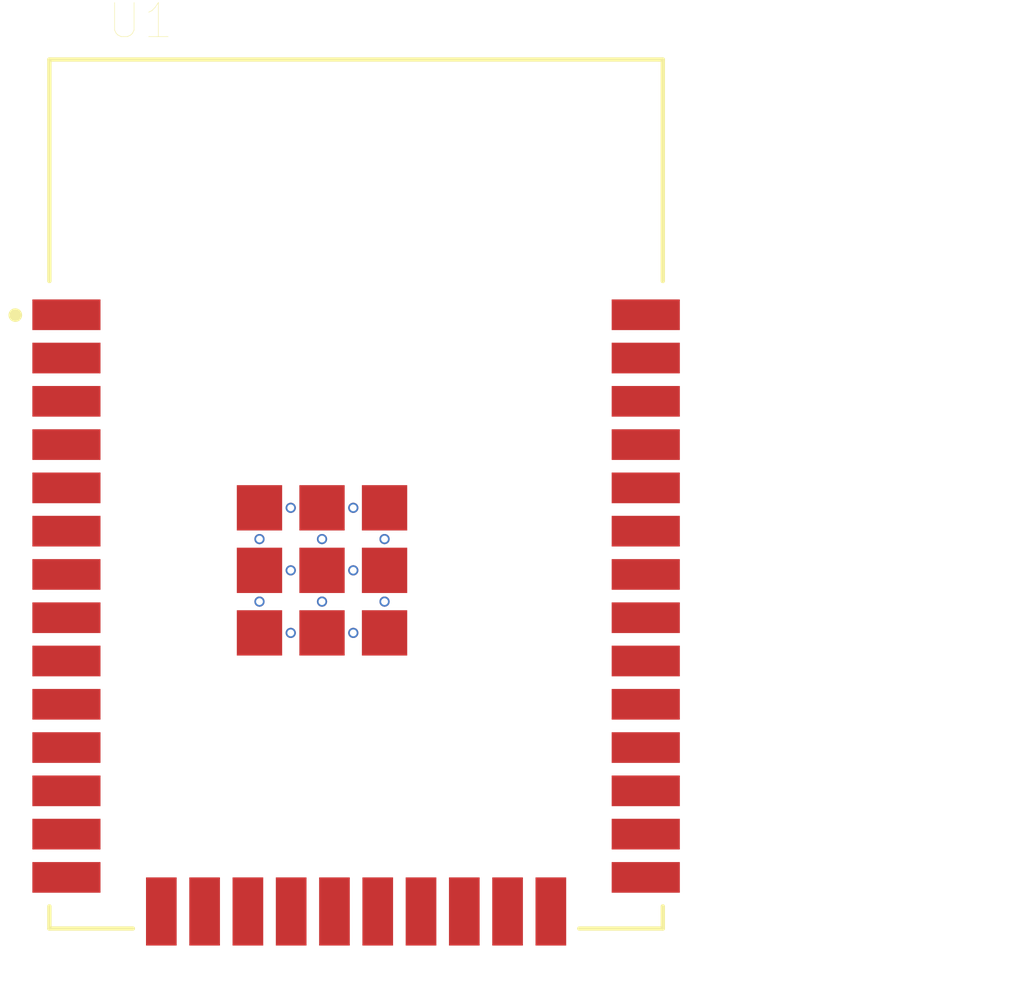
<source format=kicad_pcb>
(kicad_pcb (version 20171130) (host pcbnew 5.1.8-db9833491~88~ubuntu20.04.1)

  (general
    (thickness 1.6)
    (drawings 0)
    (tracks 0)
    (zones 0)
    (modules 1)
    (nets 32)
  )

  (page A4)
  (layers
    (0 F.Cu signal)
    (31 B.Cu signal)
    (32 B.Adhes user)
    (33 F.Adhes user)
    (34 B.Paste user)
    (35 F.Paste user)
    (36 B.SilkS user)
    (37 F.SilkS user)
    (38 B.Mask user)
    (39 F.Mask user)
    (40 Dwgs.User user)
    (41 Cmts.User user)
    (42 Eco1.User user)
    (43 Eco2.User user)
    (44 Edge.Cuts user)
    (45 Margin user)
    (46 B.CrtYd user)
    (47 F.CrtYd user)
    (48 B.Fab user)
    (49 F.Fab user)
  )

  (setup
    (last_trace_width 0.25)
    (trace_clearance 0.2)
    (zone_clearance 0.508)
    (zone_45_only no)
    (trace_min 0.2)
    (via_size 0.8)
    (via_drill 0.4)
    (via_min_size 0.4)
    (via_min_drill 0.3)
    (uvia_size 0.3)
    (uvia_drill 0.1)
    (uvias_allowed no)
    (uvia_min_size 0.2)
    (uvia_min_drill 0.1)
    (edge_width 0.05)
    (segment_width 0.2)
    (pcb_text_width 0.3)
    (pcb_text_size 1.5 1.5)
    (mod_edge_width 0.12)
    (mod_text_size 1 1)
    (mod_text_width 0.15)
    (pad_size 1.524 1.524)
    (pad_drill 0.762)
    (pad_to_mask_clearance 0)
    (aux_axis_origin 0 0)
    (visible_elements FFFFFF7F)
    (pcbplotparams
      (layerselection 0x010fc_ffffffff)
      (usegerberextensions false)
      (usegerberattributes true)
      (usegerberadvancedattributes true)
      (creategerberjobfile true)
      (excludeedgelayer true)
      (linewidth 0.100000)
      (plotframeref false)
      (viasonmask false)
      (mode 1)
      (useauxorigin false)
      (hpglpennumber 1)
      (hpglpenspeed 20)
      (hpglpendiameter 15.000000)
      (psnegative false)
      (psa4output false)
      (plotreference true)
      (plotvalue true)
      (plotinvisibletext false)
      (padsonsilk false)
      (subtractmaskfromsilk false)
      (outputformat 1)
      (mirror false)
      (drillshape 1)
      (scaleselection 1)
      (outputdirectory ""))
  )

  (net 0 "")
  (net 1 "Net-(U1-Pad37)")
  (net 2 "Net-(U1-Pad36)")
  (net 3 "Net-(U1-Pad35)")
  (net 4 "Net-(U1-Pad34)")
  (net 5 "Net-(U1-Pad33)")
  (net 6 "Net-(U1-Pad32)")
  (net 7 "Net-(U1-Pad31)")
  (net 8 "Net-(U1-Pad30)")
  (net 9 "Net-(U1-Pad29)")
  (net 10 "Net-(U1-Pad28)")
  (net 11 "Net-(U1-Pad27)")
  (net 12 "Net-(U1-Pad26)")
  (net 13 "Net-(U1-Pad25)")
  (net 14 "Net-(U1-Pad24)")
  (net 15 "Net-(U1-Pad23)")
  (net 16 "Net-(U1-Pad17)")
  (net 17 "Net-(U1-Pad16)")
  (net 18 "Net-(U1-Pad14)")
  (net 19 "Net-(U1-Pad13)")
  (net 20 "Net-(U1-Pad12)")
  (net 21 "Net-(U1-Pad11)")
  (net 22 "Net-(U1-Pad10)")
  (net 23 "Net-(U1-Pad9)")
  (net 24 "Net-(U1-Pad8)")
  (net 25 "Net-(U1-Pad7)")
  (net 26 "Net-(U1-Pad6)")
  (net 27 "Net-(U1-Pad5)")
  (net 28 "Net-(U1-Pad4)")
  (net 29 "Net-(U1-Pad3)")
  (net 30 GND)
  (net 31 +3V3)

  (net_class Default "This is the default net class."
    (clearance 0.2)
    (trace_width 0.25)
    (via_dia 0.8)
    (via_drill 0.4)
    (uvia_dia 0.3)
    (uvia_drill 0.1)
    (add_net +3V3)
    (add_net GND)
    (add_net "Net-(U1-Pad10)")
    (add_net "Net-(U1-Pad11)")
    (add_net "Net-(U1-Pad12)")
    (add_net "Net-(U1-Pad13)")
    (add_net "Net-(U1-Pad14)")
    (add_net "Net-(U1-Pad16)")
    (add_net "Net-(U1-Pad17)")
    (add_net "Net-(U1-Pad23)")
    (add_net "Net-(U1-Pad24)")
    (add_net "Net-(U1-Pad25)")
    (add_net "Net-(U1-Pad26)")
    (add_net "Net-(U1-Pad27)")
    (add_net "Net-(U1-Pad28)")
    (add_net "Net-(U1-Pad29)")
    (add_net "Net-(U1-Pad3)")
    (add_net "Net-(U1-Pad30)")
    (add_net "Net-(U1-Pad31)")
    (add_net "Net-(U1-Pad32)")
    (add_net "Net-(U1-Pad33)")
    (add_net "Net-(U1-Pad34)")
    (add_net "Net-(U1-Pad35)")
    (add_net "Net-(U1-Pad36)")
    (add_net "Net-(U1-Pad37)")
    (add_net "Net-(U1-Pad4)")
    (add_net "Net-(U1-Pad5)")
    (add_net "Net-(U1-Pad6)")
    (add_net "Net-(U1-Pad7)")
    (add_net "Net-(U1-Pad8)")
    (add_net "Net-(U1-Pad9)")
  )

  (module "ESP32-WROOM-32E__16MB:MODULE_ESP32-WROOM-32E_(16MB)" (layer F.Cu) (tedit 5FD4507F) (tstamp 5FD4B891)
    (at 135.62 129.275)
    (path /5FD4572C)
    (fp_text reference U1 (at -6.325 -13.885) (layer F.SilkS)
      (effects (font (size 1 1) (thickness 0.015)))
    )
    (fp_text value "ESP32-WROOM-32E_(16MB)" (at 8.915 14.365) (layer F.Fab)
      (effects (font (size 1 1) (thickness 0.015)))
    )
    (fp_line (start 9 -12.75) (end 9 -6.25) (layer F.SilkS) (width 0.127))
    (fp_line (start -9 -12.75) (end 9 -12.75) (layer F.SilkS) (width 0.127))
    (fp_line (start -9 -6.25) (end -9 -12.75) (layer F.SilkS) (width 0.127))
    (fp_line (start 9 12.75) (end 9 12.1) (layer F.SilkS) (width 0.127))
    (fp_line (start 6.55 12.75) (end 9 12.75) (layer F.SilkS) (width 0.127))
    (fp_line (start -9 12.75) (end -6.55 12.75) (layer F.SilkS) (width 0.127))
    (fp_line (start -9 12.1) (end -9 12.75) (layer F.SilkS) (width 0.127))
    (fp_circle (center -10 -5.25) (end -9.9 -5.25) (layer F.SilkS) (width 0.2))
    (fp_circle (center -10 -5.25) (end -9.9 -5.25) (layer F.Fab) (width 0.2))
    (fp_line (start -9.25 -6) (end -9.25 -13) (layer F.CrtYd) (width 0.05))
    (fp_line (start -9.75 -6) (end -9.25 -6) (layer F.CrtYd) (width 0.05))
    (fp_line (start -9.75 13.5) (end -9.75 -6) (layer F.CrtYd) (width 0.05))
    (fp_line (start 9.75 13.5) (end -9.75 13.5) (layer F.CrtYd) (width 0.05))
    (fp_line (start 9.75 -6) (end 9.75 13.5) (layer F.CrtYd) (width 0.05))
    (fp_line (start 9.25 -6) (end 9.75 -6) (layer F.CrtYd) (width 0.05))
    (fp_line (start 9.25 -13) (end 9.25 -6) (layer F.CrtYd) (width 0.05))
    (fp_line (start -9.25 -13) (end 9.25 -13) (layer F.CrtYd) (width 0.05))
    (fp_poly (pts (xy -9 -12.75) (xy 9 -12.75) (xy 9 -6.45) (xy -9 -6.45)) (layer Dwgs.User) (width 0.01))
    (fp_poly (pts (xy -9 -12.75) (xy 9 -12.75) (xy 9 -6.45) (xy -9 -6.45)) (layer Dwgs.User) (width 0.01))
    (fp_line (start -9 -6.45) (end 9 -6.45) (layer F.Fab) (width 0.127))
    (fp_line (start -9 -12.75) (end -9 -6.45) (layer F.Fab) (width 0.127))
    (fp_line (start -9 12.75) (end -9 -6.45) (layer F.Fab) (width 0.127))
    (fp_line (start 9 12.75) (end -9 12.75) (layer F.Fab) (width 0.127))
    (fp_line (start 9 -6.45) (end 9 12.75) (layer F.Fab) (width 0.127))
    (fp_line (start 9 -12.75) (end 9 -6.45) (layer F.Fab) (width 0.127))
    (fp_line (start -9 -12.75) (end 9 -12.75) (layer F.Fab) (width 0.127))
    (fp_text user ANTENNA (at -6 -9) (layer F.Fab)
      (effects (font (size 1.4 1.4) (thickness 0.015)))
    )
    (pad 39_21 thru_hole circle (at -0.0825 4.075) (size 0.3 0.3) (drill 0.2) (layers *.Cu *.Mask)
      (net 30 GND))
    (pad 39_20 thru_hole circle (at -1.9175 4.075) (size 0.3 0.3) (drill 0.2) (layers *.Cu *.Mask)
      (net 30 GND))
    (pad 39_19 thru_hole circle (at 0.835 3.1575) (size 0.3 0.3) (drill 0.2) (layers *.Cu *.Mask)
      (net 30 GND))
    (pad 39_18 thru_hole circle (at -1 3.1575) (size 0.3 0.3) (drill 0.2) (layers *.Cu *.Mask)
      (net 30 GND))
    (pad 39_17 thru_hole circle (at -2.835 3.1575) (size 0.3 0.3) (drill 0.2) (layers *.Cu *.Mask)
      (net 30 GND))
    (pad 39_16 thru_hole circle (at -0.0825 2.24) (size 0.3 0.3) (drill 0.2) (layers *.Cu *.Mask)
      (net 30 GND))
    (pad 39_15 thru_hole circle (at -1.9175 2.24) (size 0.3 0.3) (drill 0.2) (layers *.Cu *.Mask)
      (net 30 GND))
    (pad 39_14 thru_hole circle (at 0.835 1.3225) (size 0.3 0.3) (drill 0.2) (layers *.Cu *.Mask)
      (net 30 GND))
    (pad 39_13 thru_hole circle (at -1 1.3225) (size 0.3 0.3) (drill 0.2) (layers *.Cu *.Mask)
      (net 30 GND))
    (pad 39_12 thru_hole circle (at -2.835 1.3225) (size 0.3 0.3) (drill 0.2) (layers *.Cu *.Mask)
      (net 30 GND))
    (pad 39_11 thru_hole circle (at -0.0825 0.405) (size 0.3 0.3) (drill 0.2) (layers *.Cu *.Mask)
      (net 30 GND))
    (pad 39_10 thru_hole circle (at -1.9175 0.405) (size 0.3 0.3) (drill 0.2) (layers *.Cu *.Mask)
      (net 30 GND))
    (pad 39_9 smd rect (at 0.835 4.075) (size 1.33 1.33) (layers F.Cu F.Paste F.Mask)
      (net 30 GND))
    (pad 39_8 smd rect (at -1 4.075) (size 1.33 1.33) (layers F.Cu F.Paste F.Mask)
      (net 30 GND))
    (pad 39_7 smd rect (at -2.835 4.075) (size 1.33 1.33) (layers F.Cu F.Paste F.Mask)
      (net 30 GND))
    (pad 39_6 smd rect (at 0.835 2.24) (size 1.33 1.33) (layers F.Cu F.Paste F.Mask)
      (net 30 GND))
    (pad 39_5 smd rect (at -1 2.24) (size 1.33 1.33) (layers F.Cu F.Paste F.Mask)
      (net 30 GND))
    (pad 39_4 smd rect (at -2.835 2.24) (size 1.33 1.33) (layers F.Cu F.Paste F.Mask)
      (net 30 GND))
    (pad 39_3 smd rect (at 0.835 0.405) (size 1.33 1.33) (layers F.Cu F.Paste F.Mask)
      (net 30 GND))
    (pad 39_2 smd rect (at -1 0.405) (size 1.33 1.33) (layers F.Cu F.Paste F.Mask)
      (net 30 GND))
    (pad 39_1 smd rect (at -2.835 0.405) (size 1.33 1.33) (layers F.Cu F.Paste F.Mask)
      (net 30 GND))
    (pad 38 smd rect (at 8.5 -5.26) (size 2 0.9) (layers F.Cu F.Paste F.Mask)
      (net 30 GND))
    (pad 37 smd rect (at 8.5 -3.99) (size 2 0.9) (layers F.Cu F.Paste F.Mask)
      (net 1 "Net-(U1-Pad37)"))
    (pad 36 smd rect (at 8.5 -2.72) (size 2 0.9) (layers F.Cu F.Paste F.Mask)
      (net 2 "Net-(U1-Pad36)"))
    (pad 35 smd rect (at 8.5 -1.45) (size 2 0.9) (layers F.Cu F.Paste F.Mask)
      (net 3 "Net-(U1-Pad35)"))
    (pad 34 smd rect (at 8.5 -0.18) (size 2 0.9) (layers F.Cu F.Paste F.Mask)
      (net 4 "Net-(U1-Pad34)"))
    (pad 33 smd rect (at 8.5 1.09) (size 2 0.9) (layers F.Cu F.Paste F.Mask)
      (net 5 "Net-(U1-Pad33)"))
    (pad 32 smd rect (at 8.5 2.36) (size 2 0.9) (layers F.Cu F.Paste F.Mask)
      (net 6 "Net-(U1-Pad32)"))
    (pad 31 smd rect (at 8.5 3.63) (size 2 0.9) (layers F.Cu F.Paste F.Mask)
      (net 7 "Net-(U1-Pad31)"))
    (pad 30 smd rect (at 8.5 4.9) (size 2 0.9) (layers F.Cu F.Paste F.Mask)
      (net 8 "Net-(U1-Pad30)"))
    (pad 29 smd rect (at 8.5 6.17) (size 2 0.9) (layers F.Cu F.Paste F.Mask)
      (net 9 "Net-(U1-Pad29)"))
    (pad 28 smd rect (at 8.5 7.44) (size 2 0.9) (layers F.Cu F.Paste F.Mask)
      (net 10 "Net-(U1-Pad28)"))
    (pad 27 smd rect (at 8.5 8.71) (size 2 0.9) (layers F.Cu F.Paste F.Mask)
      (net 11 "Net-(U1-Pad27)"))
    (pad 26 smd rect (at 8.5 9.98) (size 2 0.9) (layers F.Cu F.Paste F.Mask)
      (net 12 "Net-(U1-Pad26)"))
    (pad 25 smd rect (at 8.5 11.25) (size 2 0.9) (layers F.Cu F.Paste F.Mask)
      (net 13 "Net-(U1-Pad25)"))
    (pad 24 smd rect (at 5.715 12.25) (size 0.9 2) (layers F.Cu F.Paste F.Mask)
      (net 14 "Net-(U1-Pad24)"))
    (pad 23 smd rect (at 4.445 12.25) (size 0.9 2) (layers F.Cu F.Paste F.Mask)
      (net 15 "Net-(U1-Pad23)"))
    (pad 22 smd rect (at 3.175 12.25) (size 0.9 2) (layers F.Cu F.Paste F.Mask)
      (net 16 "Net-(U1-Pad17)"))
    (pad 21 smd rect (at 1.905 12.25) (size 0.9 2) (layers F.Cu F.Paste F.Mask)
      (net 16 "Net-(U1-Pad17)"))
    (pad 20 smd rect (at 0.635 12.25) (size 0.9 2) (layers F.Cu F.Paste F.Mask)
      (net 16 "Net-(U1-Pad17)"))
    (pad 19 smd rect (at -0.635 12.25) (size 0.9 2) (layers F.Cu F.Paste F.Mask)
      (net 16 "Net-(U1-Pad17)"))
    (pad 18 smd rect (at -1.905 12.25) (size 0.9 2) (layers F.Cu F.Paste F.Mask)
      (net 16 "Net-(U1-Pad17)"))
    (pad 17 smd rect (at -3.175 12.25) (size 0.9 2) (layers F.Cu F.Paste F.Mask)
      (net 16 "Net-(U1-Pad17)"))
    (pad 16 smd rect (at -4.445 12.25) (size 0.9 2) (layers F.Cu F.Paste F.Mask)
      (net 17 "Net-(U1-Pad16)"))
    (pad 15 smd rect (at -5.715 12.25) (size 0.9 2) (layers F.Cu F.Paste F.Mask)
      (net 30 GND))
    (pad 14 smd rect (at -8.5 11.25) (size 2 0.9) (layers F.Cu F.Paste F.Mask)
      (net 18 "Net-(U1-Pad14)"))
    (pad 13 smd rect (at -8.5 9.98) (size 2 0.9) (layers F.Cu F.Paste F.Mask)
      (net 19 "Net-(U1-Pad13)"))
    (pad 12 smd rect (at -8.5 8.71) (size 2 0.9) (layers F.Cu F.Paste F.Mask)
      (net 20 "Net-(U1-Pad12)"))
    (pad 11 smd rect (at -8.5 7.44) (size 2 0.9) (layers F.Cu F.Paste F.Mask)
      (net 21 "Net-(U1-Pad11)"))
    (pad 10 smd rect (at -8.5 6.17) (size 2 0.9) (layers F.Cu F.Paste F.Mask)
      (net 22 "Net-(U1-Pad10)"))
    (pad 9 smd rect (at -8.5 4.9) (size 2 0.9) (layers F.Cu F.Paste F.Mask)
      (net 23 "Net-(U1-Pad9)"))
    (pad 8 smd rect (at -8.5 3.63) (size 2 0.9) (layers F.Cu F.Paste F.Mask)
      (net 24 "Net-(U1-Pad8)"))
    (pad 7 smd rect (at -8.5 2.36) (size 2 0.9) (layers F.Cu F.Paste F.Mask)
      (net 25 "Net-(U1-Pad7)"))
    (pad 6 smd rect (at -8.5 1.09) (size 2 0.9) (layers F.Cu F.Paste F.Mask)
      (net 26 "Net-(U1-Pad6)"))
    (pad 5 smd rect (at -8.5 -0.18) (size 2 0.9) (layers F.Cu F.Paste F.Mask)
      (net 27 "Net-(U1-Pad5)"))
    (pad 4 smd rect (at -8.5 -1.45) (size 2 0.9) (layers F.Cu F.Paste F.Mask)
      (net 28 "Net-(U1-Pad4)"))
    (pad 3 smd rect (at -8.5 -2.72) (size 2 0.9) (layers F.Cu F.Paste F.Mask)
      (net 29 "Net-(U1-Pad3)"))
    (pad 2 smd rect (at -8.5 -3.99) (size 2 0.9) (layers F.Cu F.Paste F.Mask)
      (net 31 +3V3))
    (pad 1 smd rect (at -8.5 -5.26) (size 2 0.9) (layers F.Cu F.Paste F.Mask)
      (net 30 GND))
  )

)

</source>
